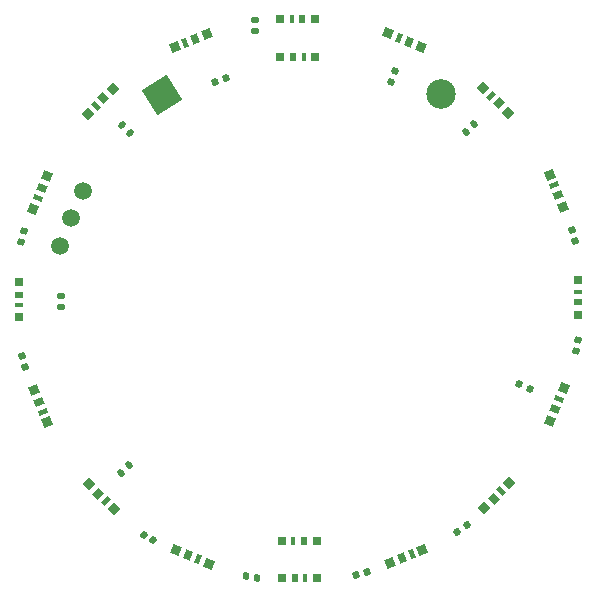
<source format=gbr>
%TF.GenerationSoftware,KiCad,Pcbnew,8.0.5*%
%TF.CreationDate,2025-07-02T22:11:18-04:00*%
%TF.ProjectId,tomorrowland_pendant,746f6d6f-7272-46f7-976c-616e645f7065,rev?*%
%TF.SameCoordinates,Original*%
%TF.FileFunction,Soldermask,Top*%
%TF.FilePolarity,Negative*%
%FSLAX46Y46*%
G04 Gerber Fmt 4.6, Leading zero omitted, Abs format (unit mm)*
G04 Created by KiCad (PCBNEW 8.0.5) date 2025-07-02 22:11:18*
%MOMM*%
%LPD*%
G01*
G04 APERTURE LIST*
G04 Aperture macros list*
%AMRoundRect*
0 Rectangle with rounded corners*
0 $1 Rounding radius*
0 $2 $3 $4 $5 $6 $7 $8 $9 X,Y pos of 4 corners*
0 Add a 4 corners polygon primitive as box body*
4,1,4,$2,$3,$4,$5,$6,$7,$8,$9,$2,$3,0*
0 Add four circle primitives for the rounded corners*
1,1,$1+$1,$2,$3*
1,1,$1+$1,$4,$5*
1,1,$1+$1,$6,$7*
1,1,$1+$1,$8,$9*
0 Add four rect primitives between the rounded corners*
20,1,$1+$1,$2,$3,$4,$5,0*
20,1,$1+$1,$4,$5,$6,$7,0*
20,1,$1+$1,$6,$7,$8,$9,0*
20,1,$1+$1,$8,$9,$2,$3,0*%
%AMRotRect*
0 Rectangle, with rotation*
0 The origin of the aperture is its center*
0 $1 length*
0 $2 width*
0 $3 Rotation angle, in degrees counterclockwise*
0 Add horizontal line*
21,1,$1,$2,0,0,$3*%
G04 Aperture macros list end*
%ADD10RotRect,0.750000X0.800000X45.000000*%
%ADD11RotRect,0.600000X0.800000X45.000000*%
%ADD12RotRect,0.400000X0.800000X45.000000*%
%ADD13RotRect,0.800000X0.800000X45.000000*%
%ADD14RoundRect,0.140000X-0.098360X0.197042X-0.212246X-0.058751X0.098360X-0.197042X0.212246X0.058751X0*%
%ADD15RoundRect,0.140000X0.170000X-0.140000X0.170000X0.140000X-0.170000X0.140000X-0.170000X-0.140000X0*%
%ADD16RoundRect,0.140000X0.091230X0.200442X-0.179229X0.127973X-0.091230X-0.200442X0.179229X-0.127973X0*%
%ADD17RotRect,0.750000X0.800000X157.500000*%
%ADD18RotRect,0.600000X0.800000X157.500000*%
%ADD19RotRect,0.400000X0.800000X157.500000*%
%ADD20RotRect,0.800000X0.800000X157.500000*%
%ADD21R,0.800000X0.750000*%
%ADD22R,0.800000X0.600000*%
%ADD23R,0.800000X0.400000*%
%ADD24R,0.800000X0.800000*%
%ADD25RoundRect,0.140000X-0.219203X-0.021213X-0.021213X-0.219203X0.219203X0.021213X0.021213X0.219203X0*%
%ADD26RoundRect,0.140000X-0.198819X0.094715X-0.131081X-0.176968X0.198819X-0.094715X0.131081X0.176968X0*%
%ADD27RoundRect,0.140000X-0.137177X0.172286X-0.195393X-0.101596X0.137177X-0.172286X0.195393X0.101596X0*%
%ADD28RotRect,0.750000X0.800000X202.500000*%
%ADD29RotRect,0.600000X0.800000X202.500000*%
%ADD30RotRect,0.400000X0.800000X202.500000*%
%ADD31RotRect,0.800000X0.800000X202.500000*%
%ADD32RoundRect,0.140000X0.013339X0.219823X-0.213186X0.055243X-0.013339X-0.219823X0.213186X-0.055243X0*%
%ADD33RotRect,0.750000X0.800000X112.500000*%
%ADD34RotRect,0.600000X0.800000X112.500000*%
%ADD35RotRect,0.400000X0.800000X112.500000*%
%ADD36RotRect,0.800000X0.800000X112.500000*%
%ADD37RoundRect,0.140000X0.021213X-0.219203X0.219203X-0.021213X-0.021213X0.219203X-0.219203X0.021213X0*%
%ADD38R,0.750000X0.800000*%
%ADD39R,0.600000X0.800000*%
%ADD40R,0.400000X0.800000*%
%ADD41C,2.500000*%
%ADD42RotRect,2.500000X2.500000X32.000000*%
%ADD43RoundRect,0.140000X0.198819X-0.094715X0.131081X0.176968X-0.198819X0.094715X-0.131081X-0.176968X0*%
%ADD44RotRect,0.750000X0.800000X225.000000*%
%ADD45RotRect,0.600000X0.800000X225.000000*%
%ADD46RotRect,0.400000X0.800000X225.000000*%
%ADD47RotRect,0.800000X0.800000X225.000000*%
%ADD48RotRect,0.750000X0.800000X337.500000*%
%ADD49RotRect,0.600000X0.800000X337.500000*%
%ADD50RotRect,0.400000X0.800000X337.500000*%
%ADD51RotRect,0.800000X0.800000X337.500000*%
%ADD52RoundRect,0.140000X0.206244X0.077224X-0.036244X0.217224X-0.206244X-0.077224X0.036244X-0.217224X0*%
%ADD53RotRect,0.750000X0.800000X22.500000*%
%ADD54RotRect,0.600000X0.800000X22.500000*%
%ADD55RotRect,0.400000X0.800000X22.500000*%
%ADD56RotRect,0.800000X0.800000X22.500000*%
%ADD57RoundRect,0.140000X0.193489X0.105176X-0.066123X0.210066X-0.193489X-0.105176X0.066123X-0.210066X0*%
%ADD58RotRect,0.750000X0.800000X135.000000*%
%ADD59RotRect,0.600000X0.800000X135.000000*%
%ADD60RotRect,0.400000X0.800000X135.000000*%
%ADD61RotRect,0.800000X0.800000X135.000000*%
%ADD62RoundRect,0.140000X-0.148861X0.162297X-0.187830X-0.114978X0.148861X-0.162297X0.187830X0.114978X0*%
%ADD63RoundRect,0.140000X0.164870X0.146006X-0.111683X0.189808X-0.164870X-0.146006X0.111683X-0.189808X0*%
%ADD64RotRect,0.750000X0.800000X315.000000*%
%ADD65RotRect,0.600000X0.800000X315.000000*%
%ADD66RotRect,0.400000X0.800000X315.000000*%
%ADD67RotRect,0.800000X0.800000X315.000000*%
%ADD68RoundRect,0.140000X-0.077026X-0.206318X0.187719X-0.115159X0.077026X0.206318X-0.187719X0.115159X0*%
%ADD69RotRect,0.750000X0.800000X292.500000*%
%ADD70RotRect,0.600000X0.800000X292.500000*%
%ADD71RotRect,0.400000X0.800000X292.500000*%
%ADD72RotRect,0.800000X0.800000X292.500000*%
%ADD73RotRect,0.750000X0.800000X67.500000*%
%ADD74RotRect,0.600000X0.800000X67.500000*%
%ADD75RotRect,0.400000X0.800000X67.500000*%
%ADD76RotRect,0.800000X0.800000X67.500000*%
%ADD77RotRect,0.750000X0.800000X247.500000*%
%ADD78RotRect,0.600000X0.800000X247.500000*%
%ADD79RotRect,0.400000X0.800000X247.500000*%
%ADD80RotRect,0.800000X0.800000X247.500000*%
%ADD81RoundRect,0.140000X-0.021213X0.219203X-0.219203X0.021213X0.021213X-0.219203X0.219203X-0.021213X0*%
%ADD82C,1.500000*%
G04 APERTURE END LIST*
D10*
%TO.C,LED11*%
X166127532Y-125044689D03*
D11*
X166923027Y-124249194D03*
D12*
X167545281Y-123626940D03*
D13*
X168238245Y-122933976D03*
%TD*%
D14*
%TO.C,C16*%
X158221114Y-88940067D03*
X158611578Y-88063065D03*
%TD*%
D15*
%TO.C,C1*%
X146726348Y-84651562D03*
X146726346Y-83691566D03*
%TD*%
D16*
%TO.C,C10*%
X156196162Y-130466430D03*
X155268876Y-130714898D03*
%TD*%
D17*
%TO.C,LED16*%
X160775289Y-85979058D03*
D18*
X159735925Y-85548539D03*
D19*
X158922911Y-85211777D03*
D20*
X158017509Y-84836748D03*
%TD*%
D21*
%TO.C,LED5*%
X126731566Y-105873654D03*
D22*
X126731566Y-106998654D03*
D23*
X126731566Y-107878654D03*
D24*
X126731566Y-108858654D03*
%TD*%
D25*
%TO.C,C3*%
X135496935Y-92622156D03*
X136175757Y-93300976D03*
%TD*%
D21*
%TO.C,LED13*%
X174068434Y-108726346D03*
D22*
X174068434Y-107601346D03*
D23*
X174068434Y-106721346D03*
D24*
X174068434Y-105741346D03*
%TD*%
D26*
%TO.C,C14*%
X173540224Y-101505825D03*
X173772468Y-102437307D03*
%TD*%
D27*
%TO.C,C4*%
X127146141Y-101552056D03*
X126946551Y-102491076D03*
%TD*%
D28*
%TO.C,LED2*%
X142660254Y-84887379D03*
D29*
X141620890Y-85317898D03*
D30*
X140807876Y-85654660D03*
D31*
X139902474Y-86029689D03*
%TD*%
D32*
%TO.C,C11*%
X164627883Y-126494964D03*
X163851229Y-127059238D03*
%TD*%
D33*
%TO.C,LED14*%
X172812621Y-99560254D03*
D34*
X172382102Y-98520890D03*
D35*
X172045340Y-97707876D03*
D36*
X171670311Y-96802474D03*
%TD*%
D37*
%TO.C,C7*%
X135386936Y-122100977D03*
X136065756Y-121422155D03*
%TD*%
D38*
%TO.C,LED9*%
X148973654Y-130968434D03*
D39*
X150098654Y-130968434D03*
D40*
X150978654Y-130968434D03*
D24*
X151958654Y-130968434D03*
%TD*%
D38*
%TO.C,LED17*%
X148836346Y-86821566D03*
D39*
X149961346Y-86821566D03*
D40*
X150841346Y-86821566D03*
D24*
X151821346Y-86821566D03*
%TD*%
D15*
%TO.C,C5*%
X130276346Y-108021566D03*
X130276344Y-107061570D03*
%TD*%
D41*
%TO.C,J2*%
X162476346Y-90011566D03*
%TD*%
D42*
%TO.C,J1*%
X138856346Y-90041567D03*
%TD*%
D43*
%TO.C,C6*%
X127225459Y-113098260D03*
X126993213Y-112166778D03*
%TD*%
D44*
%TO.C,LED3*%
X134672468Y-89555311D03*
D45*
X133876973Y-90350806D03*
D46*
X133254719Y-90973060D03*
D47*
X132561755Y-91666024D03*
%TD*%
D48*
%TO.C,LED8*%
X140024711Y-128620942D03*
D49*
X141064075Y-129051461D03*
D50*
X141877089Y-129388223D03*
D51*
X142782491Y-129763252D03*
%TD*%
D52*
%TO.C,C8*%
X138117364Y-127779645D03*
X137285984Y-127299647D03*
%TD*%
D53*
%TO.C,LED10*%
X158139746Y-129712621D03*
D54*
X159179110Y-129282102D03*
D55*
X159992124Y-128945340D03*
D56*
X160897526Y-128570311D03*
%TD*%
D57*
%TO.C,C12*%
X169101300Y-114571757D03*
X169991392Y-114931375D03*
%TD*%
D58*
%TO.C,LED15*%
X168144689Y-91572468D03*
D59*
X167349194Y-90776973D03*
D60*
X166726940Y-90154719D03*
D61*
X166033976Y-89461755D03*
%TD*%
D62*
%TO.C,C13*%
X174025236Y-110811018D03*
X173891632Y-111761674D03*
%TD*%
D38*
%TO.C,LED1*%
X151826346Y-83631566D03*
D39*
X150701346Y-83631566D03*
D40*
X149821346Y-83631566D03*
D24*
X148841346Y-83631566D03*
%TD*%
D38*
%TO.C,LED18*%
X151976346Y-127861566D03*
D39*
X150851346Y-127861566D03*
D40*
X149971346Y-127861566D03*
D24*
X148991346Y-127861566D03*
%TD*%
D63*
%TO.C,C9*%
X146880435Y-130956653D03*
X145932257Y-130806479D03*
%TD*%
D64*
%TO.C,LED7*%
X132655311Y-123027532D03*
D65*
X133450806Y-123823027D03*
D66*
X134073060Y-124445281D03*
D67*
X134766024Y-125138245D03*
%TD*%
D68*
%TO.C,C2*%
X143322498Y-88937839D03*
X144230194Y-88625293D03*
%TD*%
D69*
%TO.C,LED6*%
X127987379Y-115039746D03*
D70*
X128417898Y-116079110D03*
D71*
X128754660Y-116892124D03*
D72*
X129129689Y-117797526D03*
%TD*%
D73*
%TO.C,LED12*%
X171720942Y-117675289D03*
D74*
X172151461Y-116635925D03*
D75*
X172488223Y-115822911D03*
D76*
X172863252Y-114917509D03*
%TD*%
D77*
%TO.C,LED4*%
X129079058Y-96924711D03*
D78*
X128648539Y-97964075D03*
D79*
X128311777Y-98777089D03*
D80*
X127936748Y-99682491D03*
%TD*%
D81*
%TO.C,C15*%
X165225756Y-92502155D03*
X164546936Y-93180977D03*
%TD*%
D82*
%TO.C,TP3*%
X130216346Y-102861566D03*
%TD*%
%TO.C,TP2*%
X132176346Y-98191566D03*
%TD*%
%TO.C,TP1*%
X131176346Y-100521566D03*
%TD*%
M02*

</source>
